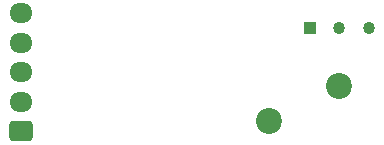
<source format=gbs>
%TF.GenerationSoftware,KiCad,Pcbnew,7.0.6*%
%TF.CreationDate,2023-07-13T14:43:26+02:00*%
%TF.ProjectId,LH_BreakLever_FreeJoy,4c485f42-7265-4616-9b4c-657665725f46,rev?*%
%TF.SameCoordinates,Original*%
%TF.FileFunction,Soldermask,Bot*%
%TF.FilePolarity,Negative*%
%FSLAX46Y46*%
G04 Gerber Fmt 4.6, Leading zero omitted, Abs format (unit mm)*
G04 Created by KiCad (PCBNEW 7.0.6) date 2023-07-13 14:43:26*
%MOMM*%
%LPD*%
G01*
G04 APERTURE LIST*
G04 Aperture macros list*
%AMRoundRect*
0 Rectangle with rounded corners*
0 $1 Rounding radius*
0 $2 $3 $4 $5 $6 $7 $8 $9 X,Y pos of 4 corners*
0 Add a 4 corners polygon primitive as box body*
4,1,4,$2,$3,$4,$5,$6,$7,$8,$9,$2,$3,0*
0 Add four circle primitives for the rounded corners*
1,1,$1+$1,$2,$3*
1,1,$1+$1,$4,$5*
1,1,$1+$1,$6,$7*
1,1,$1+$1,$8,$9*
0 Add four rect primitives between the rounded corners*
20,1,$1+$1,$2,$3,$4,$5,0*
20,1,$1+$1,$4,$5,$6,$7,0*
20,1,$1+$1,$6,$7,$8,$9,0*
20,1,$1+$1,$8,$9,$2,$3,0*%
G04 Aperture macros list end*
%ADD10C,2.200000*%
%ADD11R,1.030000X1.030000*%
%ADD12C,1.030000*%
%ADD13RoundRect,0.250000X0.725000X-0.600000X0.725000X0.600000X-0.725000X0.600000X-0.725000X-0.600000X0*%
%ADD14O,1.950000X1.700000*%
G04 APERTURE END LIST*
D10*
X60070000Y-32900001D03*
X66070000Y-29900001D03*
D11*
X63570000Y-25030001D03*
D12*
X66070000Y-25030001D03*
X68570000Y-25030001D03*
D13*
X39080000Y-33790000D03*
D14*
X39080000Y-31290000D03*
X39080000Y-28790000D03*
X39080000Y-26290000D03*
X39080000Y-23790000D03*
M02*

</source>
